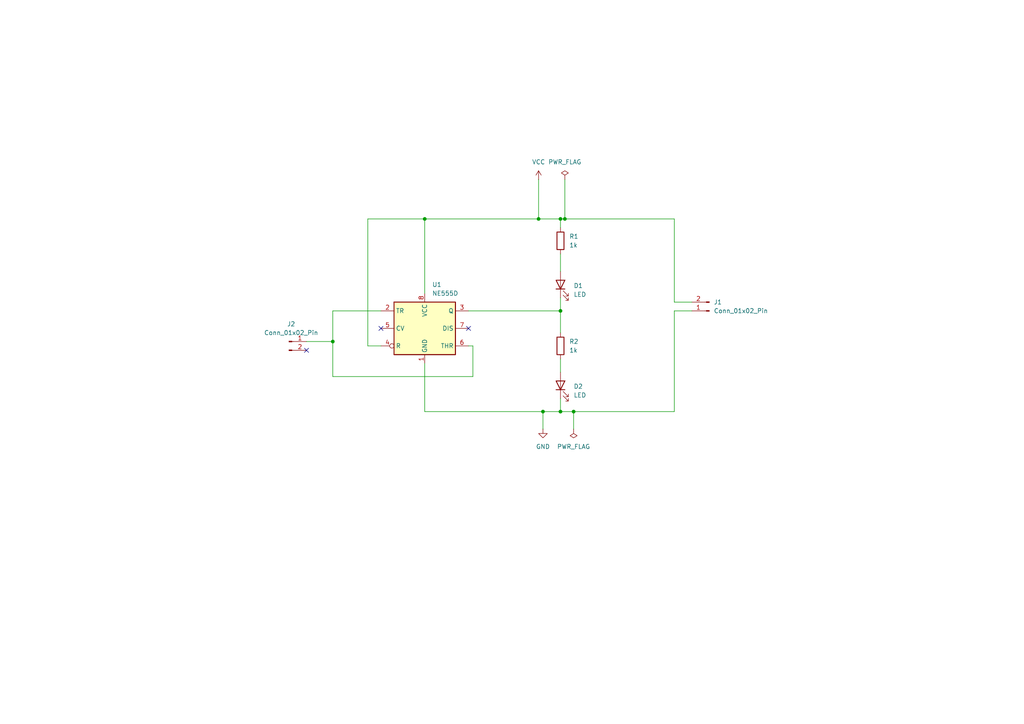
<source format=kicad_sch>
(kicad_sch
	(version 20250114)
	(generator "eeschema")
	(generator_version "9.0")
	(uuid "04e47fac-8f58-4c68-9f83-32a390fe08c1")
	(paper "A4")
	(title_block
		(title "Punta logica con 555")
		(date "2026-01-05")
		(rev "1.0")
		(company "Kits de electronica")
	)
	(lib_symbols
		(symbol "Connector:Conn_01x02_Pin"
			(pin_names
				(offset 1.016)
				(hide yes)
			)
			(exclude_from_sim no)
			(in_bom yes)
			(on_board yes)
			(property "Reference" "J"
				(at 0 2.54 0)
				(effects
					(font
						(size 1.27 1.27)
					)
				)
			)
			(property "Value" "Conn_01x02_Pin"
				(at 0 -5.08 0)
				(effects
					(font
						(size 1.27 1.27)
					)
				)
			)
			(property "Footprint" ""
				(at 0 0 0)
				(effects
					(font
						(size 1.27 1.27)
					)
					(hide yes)
				)
			)
			(property "Datasheet" "~"
				(at 0 0 0)
				(effects
					(font
						(size 1.27 1.27)
					)
					(hide yes)
				)
			)
			(property "Description" "Generic connector, single row, 01x02, script generated"
				(at 0 0 0)
				(effects
					(font
						(size 1.27 1.27)
					)
					(hide yes)
				)
			)
			(property "ki_locked" ""
				(at 0 0 0)
				(effects
					(font
						(size 1.27 1.27)
					)
				)
			)
			(property "ki_keywords" "connector"
				(at 0 0 0)
				(effects
					(font
						(size 1.27 1.27)
					)
					(hide yes)
				)
			)
			(property "ki_fp_filters" "Connector*:*_1x??_*"
				(at 0 0 0)
				(effects
					(font
						(size 1.27 1.27)
					)
					(hide yes)
				)
			)
			(symbol "Conn_01x02_Pin_1_1"
				(rectangle
					(start 0.8636 0.127)
					(end 0 -0.127)
					(stroke
						(width 0.1524)
						(type default)
					)
					(fill
						(type outline)
					)
				)
				(rectangle
					(start 0.8636 -2.413)
					(end 0 -2.667)
					(stroke
						(width 0.1524)
						(type default)
					)
					(fill
						(type outline)
					)
				)
				(polyline
					(pts
						(xy 1.27 0) (xy 0.8636 0)
					)
					(stroke
						(width 0.1524)
						(type default)
					)
					(fill
						(type none)
					)
				)
				(polyline
					(pts
						(xy 1.27 -2.54) (xy 0.8636 -2.54)
					)
					(stroke
						(width 0.1524)
						(type default)
					)
					(fill
						(type none)
					)
				)
				(pin passive line
					(at 5.08 0 180)
					(length 3.81)
					(name "Pin_1"
						(effects
							(font
								(size 1.27 1.27)
							)
						)
					)
					(number "1"
						(effects
							(font
								(size 1.27 1.27)
							)
						)
					)
				)
				(pin passive line
					(at 5.08 -2.54 180)
					(length 3.81)
					(name "Pin_2"
						(effects
							(font
								(size 1.27 1.27)
							)
						)
					)
					(number "2"
						(effects
							(font
								(size 1.27 1.27)
							)
						)
					)
				)
			)
			(embedded_fonts no)
		)
		(symbol "Device:LED"
			(pin_numbers
				(hide yes)
			)
			(pin_names
				(offset 1.016)
				(hide yes)
			)
			(exclude_from_sim no)
			(in_bom yes)
			(on_board yes)
			(property "Reference" "D"
				(at 0 2.54 0)
				(effects
					(font
						(size 1.27 1.27)
					)
				)
			)
			(property "Value" "LED"
				(at 0 -2.54 0)
				(effects
					(font
						(size 1.27 1.27)
					)
				)
			)
			(property "Footprint" ""
				(at 0 0 0)
				(effects
					(font
						(size 1.27 1.27)
					)
					(hide yes)
				)
			)
			(property "Datasheet" "~"
				(at 0 0 0)
				(effects
					(font
						(size 1.27 1.27)
					)
					(hide yes)
				)
			)
			(property "Description" "Light emitting diode"
				(at 0 0 0)
				(effects
					(font
						(size 1.27 1.27)
					)
					(hide yes)
				)
			)
			(property "Sim.Pins" "1=K 2=A"
				(at 0 0 0)
				(effects
					(font
						(size 1.27 1.27)
					)
					(hide yes)
				)
			)
			(property "ki_keywords" "LED diode"
				(at 0 0 0)
				(effects
					(font
						(size 1.27 1.27)
					)
					(hide yes)
				)
			)
			(property "ki_fp_filters" "LED* LED_SMD:* LED_THT:*"
				(at 0 0 0)
				(effects
					(font
						(size 1.27 1.27)
					)
					(hide yes)
				)
			)
			(symbol "LED_0_1"
				(polyline
					(pts
						(xy -3.048 -0.762) (xy -4.572 -2.286) (xy -3.81 -2.286) (xy -4.572 -2.286) (xy -4.572 -1.524)
					)
					(stroke
						(width 0)
						(type default)
					)
					(fill
						(type none)
					)
				)
				(polyline
					(pts
						(xy -1.778 -0.762) (xy -3.302 -2.286) (xy -2.54 -2.286) (xy -3.302 -2.286) (xy -3.302 -1.524)
					)
					(stroke
						(width 0)
						(type default)
					)
					(fill
						(type none)
					)
				)
				(polyline
					(pts
						(xy -1.27 0) (xy 1.27 0)
					)
					(stroke
						(width 0)
						(type default)
					)
					(fill
						(type none)
					)
				)
				(polyline
					(pts
						(xy -1.27 -1.27) (xy -1.27 1.27)
					)
					(stroke
						(width 0.254)
						(type default)
					)
					(fill
						(type none)
					)
				)
				(polyline
					(pts
						(xy 1.27 -1.27) (xy 1.27 1.27) (xy -1.27 0) (xy 1.27 -1.27)
					)
					(stroke
						(width 0.254)
						(type default)
					)
					(fill
						(type none)
					)
				)
			)
			(symbol "LED_1_1"
				(pin passive line
					(at -3.81 0 0)
					(length 2.54)
					(name "K"
						(effects
							(font
								(size 1.27 1.27)
							)
						)
					)
					(number "1"
						(effects
							(font
								(size 1.27 1.27)
							)
						)
					)
				)
				(pin passive line
					(at 3.81 0 180)
					(length 2.54)
					(name "A"
						(effects
							(font
								(size 1.27 1.27)
							)
						)
					)
					(number "2"
						(effects
							(font
								(size 1.27 1.27)
							)
						)
					)
				)
			)
			(embedded_fonts no)
		)
		(symbol "Device:R"
			(pin_numbers
				(hide yes)
			)
			(pin_names
				(offset 0)
			)
			(exclude_from_sim no)
			(in_bom yes)
			(on_board yes)
			(property "Reference" "R"
				(at 2.032 0 90)
				(effects
					(font
						(size 1.27 1.27)
					)
				)
			)
			(property "Value" "R"
				(at 0 0 90)
				(effects
					(font
						(size 1.27 1.27)
					)
				)
			)
			(property "Footprint" ""
				(at -1.778 0 90)
				(effects
					(font
						(size 1.27 1.27)
					)
					(hide yes)
				)
			)
			(property "Datasheet" "~"
				(at 0 0 0)
				(effects
					(font
						(size 1.27 1.27)
					)
					(hide yes)
				)
			)
			(property "Description" "Resistor"
				(at 0 0 0)
				(effects
					(font
						(size 1.27 1.27)
					)
					(hide yes)
				)
			)
			(property "ki_keywords" "R res resistor"
				(at 0 0 0)
				(effects
					(font
						(size 1.27 1.27)
					)
					(hide yes)
				)
			)
			(property "ki_fp_filters" "R_*"
				(at 0 0 0)
				(effects
					(font
						(size 1.27 1.27)
					)
					(hide yes)
				)
			)
			(symbol "R_0_1"
				(rectangle
					(start -1.016 -2.54)
					(end 1.016 2.54)
					(stroke
						(width 0.254)
						(type default)
					)
					(fill
						(type none)
					)
				)
			)
			(symbol "R_1_1"
				(pin passive line
					(at 0 3.81 270)
					(length 1.27)
					(name "~"
						(effects
							(font
								(size 1.27 1.27)
							)
						)
					)
					(number "1"
						(effects
							(font
								(size 1.27 1.27)
							)
						)
					)
				)
				(pin passive line
					(at 0 -3.81 90)
					(length 1.27)
					(name "~"
						(effects
							(font
								(size 1.27 1.27)
							)
						)
					)
					(number "2"
						(effects
							(font
								(size 1.27 1.27)
							)
						)
					)
				)
			)
			(embedded_fonts no)
		)
		(symbol "Timer:NE555D"
			(exclude_from_sim no)
			(in_bom yes)
			(on_board yes)
			(property "Reference" "U"
				(at -10.16 8.89 0)
				(effects
					(font
						(size 1.27 1.27)
					)
					(justify left)
				)
			)
			(property "Value" "NE555D"
				(at 2.54 8.89 0)
				(effects
					(font
						(size 1.27 1.27)
					)
					(justify left)
				)
			)
			(property "Footprint" "Package_SO:SOIC-8_3.9x4.9mm_P1.27mm"
				(at 21.59 -10.16 0)
				(effects
					(font
						(size 1.27 1.27)
					)
					(hide yes)
				)
			)
			(property "Datasheet" "http://www.ti.com/lit/ds/symlink/ne555.pdf"
				(at 21.59 -10.16 0)
				(effects
					(font
						(size 1.27 1.27)
					)
					(hide yes)
				)
			)
			(property "Description" "Precision Timers, 555 compatible, SOIC-8"
				(at 0 0 0)
				(effects
					(font
						(size 1.27 1.27)
					)
					(hide yes)
				)
			)
			(property "ki_keywords" "single timer 555"
				(at 0 0 0)
				(effects
					(font
						(size 1.27 1.27)
					)
					(hide yes)
				)
			)
			(property "ki_fp_filters" "SOIC*3.9x4.9mm*P1.27mm*"
				(at 0 0 0)
				(effects
					(font
						(size 1.27 1.27)
					)
					(hide yes)
				)
			)
			(symbol "NE555D_0_0"
				(pin power_in line
					(at 0 10.16 270)
					(length 2.54)
					(name "VCC"
						(effects
							(font
								(size 1.27 1.27)
							)
						)
					)
					(number "8"
						(effects
							(font
								(size 1.27 1.27)
							)
						)
					)
				)
				(pin power_in line
					(at 0 -10.16 90)
					(length 2.54)
					(name "GND"
						(effects
							(font
								(size 1.27 1.27)
							)
						)
					)
					(number "1"
						(effects
							(font
								(size 1.27 1.27)
							)
						)
					)
				)
			)
			(symbol "NE555D_0_1"
				(rectangle
					(start -8.89 -7.62)
					(end 8.89 7.62)
					(stroke
						(width 0.254)
						(type default)
					)
					(fill
						(type background)
					)
				)
				(rectangle
					(start -8.89 -7.62)
					(end 8.89 7.62)
					(stroke
						(width 0.254)
						(type default)
					)
					(fill
						(type background)
					)
				)
			)
			(symbol "NE555D_1_1"
				(pin input line
					(at -12.7 5.08 0)
					(length 3.81)
					(name "TR"
						(effects
							(font
								(size 1.27 1.27)
							)
						)
					)
					(number "2"
						(effects
							(font
								(size 1.27 1.27)
							)
						)
					)
				)
				(pin input line
					(at -12.7 0 0)
					(length 3.81)
					(name "CV"
						(effects
							(font
								(size 1.27 1.27)
							)
						)
					)
					(number "5"
						(effects
							(font
								(size 1.27 1.27)
							)
						)
					)
				)
				(pin input inverted
					(at -12.7 -5.08 0)
					(length 3.81)
					(name "R"
						(effects
							(font
								(size 1.27 1.27)
							)
						)
					)
					(number "4"
						(effects
							(font
								(size 1.27 1.27)
							)
						)
					)
				)
				(pin output line
					(at 12.7 5.08 180)
					(length 3.81)
					(name "Q"
						(effects
							(font
								(size 1.27 1.27)
							)
						)
					)
					(number "3"
						(effects
							(font
								(size 1.27 1.27)
							)
						)
					)
				)
				(pin input line
					(at 12.7 0 180)
					(length 3.81)
					(name "DIS"
						(effects
							(font
								(size 1.27 1.27)
							)
						)
					)
					(number "7"
						(effects
							(font
								(size 1.27 1.27)
							)
						)
					)
				)
				(pin input line
					(at 12.7 -5.08 180)
					(length 3.81)
					(name "THR"
						(effects
							(font
								(size 1.27 1.27)
							)
						)
					)
					(number "6"
						(effects
							(font
								(size 1.27 1.27)
							)
						)
					)
				)
			)
			(embedded_fonts no)
		)
		(symbol "power:GND"
			(power)
			(pin_numbers
				(hide yes)
			)
			(pin_names
				(offset 0)
				(hide yes)
			)
			(exclude_from_sim no)
			(in_bom yes)
			(on_board yes)
			(property "Reference" "#PWR"
				(at 0 -6.35 0)
				(effects
					(font
						(size 1.27 1.27)
					)
					(hide yes)
				)
			)
			(property "Value" "GND"
				(at 0 -3.81 0)
				(effects
					(font
						(size 1.27 1.27)
					)
				)
			)
			(property "Footprint" ""
				(at 0 0 0)
				(effects
					(font
						(size 1.27 1.27)
					)
					(hide yes)
				)
			)
			(property "Datasheet" ""
				(at 0 0 0)
				(effects
					(font
						(size 1.27 1.27)
					)
					(hide yes)
				)
			)
			(property "Description" "Power symbol creates a global label with name \"GND\" , ground"
				(at 0 0 0)
				(effects
					(font
						(size 1.27 1.27)
					)
					(hide yes)
				)
			)
			(property "ki_keywords" "global power"
				(at 0 0 0)
				(effects
					(font
						(size 1.27 1.27)
					)
					(hide yes)
				)
			)
			(symbol "GND_0_1"
				(polyline
					(pts
						(xy 0 0) (xy 0 -1.27) (xy 1.27 -1.27) (xy 0 -2.54) (xy -1.27 -1.27) (xy 0 -1.27)
					)
					(stroke
						(width 0)
						(type default)
					)
					(fill
						(type none)
					)
				)
			)
			(symbol "GND_1_1"
				(pin power_in line
					(at 0 0 270)
					(length 0)
					(name "~"
						(effects
							(font
								(size 1.27 1.27)
							)
						)
					)
					(number "1"
						(effects
							(font
								(size 1.27 1.27)
							)
						)
					)
				)
			)
			(embedded_fonts no)
		)
		(symbol "power:PWR_FLAG"
			(power)
			(pin_numbers
				(hide yes)
			)
			(pin_names
				(offset 0)
				(hide yes)
			)
			(exclude_from_sim no)
			(in_bom yes)
			(on_board yes)
			(property "Reference" "#FLG"
				(at 0 1.905 0)
				(effects
					(font
						(size 1.27 1.27)
					)
					(hide yes)
				)
			)
			(property "Value" "PWR_FLAG"
				(at 0 3.81 0)
				(effects
					(font
						(size 1.27 1.27)
					)
				)
			)
			(property "Footprint" ""
				(at 0 0 0)
				(effects
					(font
						(size 1.27 1.27)
					)
					(hide yes)
				)
			)
			(property "Datasheet" "~"
				(at 0 0 0)
				(effects
					(font
						(size 1.27 1.27)
					)
					(hide yes)
				)
			)
			(property "Description" "Special symbol for telling ERC where power comes from"
				(at 0 0 0)
				(effects
					(font
						(size 1.27 1.27)
					)
					(hide yes)
				)
			)
			(property "ki_keywords" "flag power"
				(at 0 0 0)
				(effects
					(font
						(size 1.27 1.27)
					)
					(hide yes)
				)
			)
			(symbol "PWR_FLAG_0_0"
				(pin power_out line
					(at 0 0 90)
					(length 0)
					(name "~"
						(effects
							(font
								(size 1.27 1.27)
							)
						)
					)
					(number "1"
						(effects
							(font
								(size 1.27 1.27)
							)
						)
					)
				)
			)
			(symbol "PWR_FLAG_0_1"
				(polyline
					(pts
						(xy 0 0) (xy 0 1.27) (xy -1.016 1.905) (xy 0 2.54) (xy 1.016 1.905) (xy 0 1.27)
					)
					(stroke
						(width 0)
						(type default)
					)
					(fill
						(type none)
					)
				)
			)
			(embedded_fonts no)
		)
		(symbol "power:VCC"
			(power)
			(pin_numbers
				(hide yes)
			)
			(pin_names
				(offset 0)
				(hide yes)
			)
			(exclude_from_sim no)
			(in_bom yes)
			(on_board yes)
			(property "Reference" "#PWR"
				(at 0 -3.81 0)
				(effects
					(font
						(size 1.27 1.27)
					)
					(hide yes)
				)
			)
			(property "Value" "VCC"
				(at 0 3.556 0)
				(effects
					(font
						(size 1.27 1.27)
					)
				)
			)
			(property "Footprint" ""
				(at 0 0 0)
				(effects
					(font
						(size 1.27 1.27)
					)
					(hide yes)
				)
			)
			(property "Datasheet" ""
				(at 0 0 0)
				(effects
					(font
						(size 1.27 1.27)
					)
					(hide yes)
				)
			)
			(property "Description" "Power symbol creates a global label with name \"VCC\""
				(at 0 0 0)
				(effects
					(font
						(size 1.27 1.27)
					)
					(hide yes)
				)
			)
			(property "ki_keywords" "global power"
				(at 0 0 0)
				(effects
					(font
						(size 1.27 1.27)
					)
					(hide yes)
				)
			)
			(symbol "VCC_0_1"
				(polyline
					(pts
						(xy -0.762 1.27) (xy 0 2.54)
					)
					(stroke
						(width 0)
						(type default)
					)
					(fill
						(type none)
					)
				)
				(polyline
					(pts
						(xy 0 2.54) (xy 0.762 1.27)
					)
					(stroke
						(width 0)
						(type default)
					)
					(fill
						(type none)
					)
				)
				(polyline
					(pts
						(xy 0 0) (xy 0 2.54)
					)
					(stroke
						(width 0)
						(type default)
					)
					(fill
						(type none)
					)
				)
			)
			(symbol "VCC_1_1"
				(pin power_in line
					(at 0 0 90)
					(length 0)
					(name "~"
						(effects
							(font
								(size 1.27 1.27)
							)
						)
					)
					(number "1"
						(effects
							(font
								(size 1.27 1.27)
							)
						)
					)
				)
			)
			(embedded_fonts no)
		)
	)
	(junction
		(at 96.52 99.06)
		(diameter 0)
		(color 0 0 0 0)
		(uuid "00f04aaa-a00a-4c6a-be90-a08353fdf8d7")
	)
	(junction
		(at 157.48 119.38)
		(diameter 0)
		(color 0 0 0 0)
		(uuid "0d94f2c9-7ee4-4f44-839b-c86af21d39ec")
	)
	(junction
		(at 162.56 63.5)
		(diameter 0)
		(color 0 0 0 0)
		(uuid "35a1932f-036e-4ad4-b899-b508ae2997cd")
	)
	(junction
		(at 162.56 119.38)
		(diameter 0)
		(color 0 0 0 0)
		(uuid "582e18b4-eb4e-4b77-86db-5432a20b265c")
	)
	(junction
		(at 162.56 90.17)
		(diameter 0)
		(color 0 0 0 0)
		(uuid "64a90bed-dbe0-4708-8da3-76c8e5b9b8ad")
	)
	(junction
		(at 123.19 63.5)
		(diameter 0)
		(color 0 0 0 0)
		(uuid "89dabeeb-8f69-4328-997d-b5e8c1101f4f")
	)
	(junction
		(at 166.37 119.38)
		(diameter 0)
		(color 0 0 0 0)
		(uuid "a3ee42bc-6a3c-4d8c-be67-a041baa777e0")
	)
	(junction
		(at 163.83 63.5)
		(diameter 0)
		(color 0 0 0 0)
		(uuid "ea7022e6-073e-43ae-84d5-5d75be386151")
	)
	(junction
		(at 156.21 63.5)
		(diameter 0)
		(color 0 0 0 0)
		(uuid "ebe40ff7-ffd5-4f88-a187-7a5b7ae250ad")
	)
	(no_connect
		(at 110.49 95.25)
		(uuid "1faa6e54-9218-433e-abaa-88dfae97ba2a")
	)
	(no_connect
		(at 135.89 95.25)
		(uuid "7b815ec0-8d06-43b4-99ca-c900b3d886a7")
	)
	(no_connect
		(at 88.9 101.6)
		(uuid "cca01f8a-eb47-4fe7-b0fb-a161857e407d")
	)
	(wire
		(pts
			(xy 106.68 63.5) (xy 123.19 63.5)
		)
		(stroke
			(width 0)
			(type default)
		)
		(uuid "066df405-4bc1-4dc3-b3e2-f0c6e70497eb")
	)
	(wire
		(pts
			(xy 157.48 119.38) (xy 162.56 119.38)
		)
		(stroke
			(width 0)
			(type default)
		)
		(uuid "1e4b6044-b70c-41ea-992e-6a68b494daf3")
	)
	(wire
		(pts
			(xy 110.49 90.17) (xy 96.52 90.17)
		)
		(stroke
			(width 0)
			(type default)
		)
		(uuid "242382d8-30b7-4c72-afa5-852893c4863a")
	)
	(wire
		(pts
			(xy 135.89 90.17) (xy 162.56 90.17)
		)
		(stroke
			(width 0)
			(type default)
		)
		(uuid "286123c6-2580-4e64-bd07-f83cbd61f54b")
	)
	(wire
		(pts
			(xy 96.52 90.17) (xy 96.52 99.06)
		)
		(stroke
			(width 0)
			(type default)
		)
		(uuid "3abea1a0-5ed2-455d-8bdc-989cc61e901d")
	)
	(wire
		(pts
			(xy 96.52 109.22) (xy 137.16 109.22)
		)
		(stroke
			(width 0)
			(type default)
		)
		(uuid "3ac7570c-cd44-4efe-98bc-57219e27e851")
	)
	(wire
		(pts
			(xy 110.49 100.33) (xy 106.68 100.33)
		)
		(stroke
			(width 0)
			(type default)
		)
		(uuid "3faf87ff-4971-4cc2-8708-df777b367d0d")
	)
	(wire
		(pts
			(xy 123.19 85.09) (xy 123.19 63.5)
		)
		(stroke
			(width 0)
			(type default)
		)
		(uuid "41042bde-0363-4147-9998-ae99b91b787b")
	)
	(wire
		(pts
			(xy 166.37 119.38) (xy 162.56 119.38)
		)
		(stroke
			(width 0)
			(type default)
		)
		(uuid "431f3aa3-a444-4d2c-b99c-98db4bfc9adc")
	)
	(wire
		(pts
			(xy 200.66 90.17) (xy 195.58 90.17)
		)
		(stroke
			(width 0)
			(type default)
		)
		(uuid "4765c70f-09f6-4c0e-8c96-fa9aef120e5b")
	)
	(wire
		(pts
			(xy 162.56 104.14) (xy 162.56 107.95)
		)
		(stroke
			(width 0)
			(type default)
		)
		(uuid "4a322c70-8af9-4cf7-89f6-beae7c33c5bb")
	)
	(wire
		(pts
			(xy 156.21 63.5) (xy 162.56 63.5)
		)
		(stroke
			(width 0)
			(type default)
		)
		(uuid "4d6f47ea-7bf8-4341-ae8b-782e67f694ec")
	)
	(wire
		(pts
			(xy 162.56 90.17) (xy 162.56 96.52)
		)
		(stroke
			(width 0)
			(type default)
		)
		(uuid "53a82ad6-68ec-4e5e-b4d3-36fd36f40a3c")
	)
	(wire
		(pts
			(xy 163.83 63.5) (xy 162.56 63.5)
		)
		(stroke
			(width 0)
			(type default)
		)
		(uuid "69f6cab9-5fc9-4686-8d51-df3f3a18a8ed")
	)
	(wire
		(pts
			(xy 156.21 52.07) (xy 156.21 63.5)
		)
		(stroke
			(width 0)
			(type default)
		)
		(uuid "6d6a4610-00b8-4238-82c6-2c6d9082a236")
	)
	(wire
		(pts
			(xy 137.16 109.22) (xy 137.16 100.33)
		)
		(stroke
			(width 0)
			(type default)
		)
		(uuid "770a283e-b57a-46f7-8912-d63ade3264ec")
	)
	(wire
		(pts
			(xy 135.89 100.33) (xy 137.16 100.33)
		)
		(stroke
			(width 0)
			(type default)
		)
		(uuid "796919d2-5496-4451-aefa-38024d18f1db")
	)
	(wire
		(pts
			(xy 195.58 119.38) (xy 166.37 119.38)
		)
		(stroke
			(width 0)
			(type default)
		)
		(uuid "7af21179-b827-4274-bd50-4adf59db985c")
	)
	(wire
		(pts
			(xy 162.56 73.66) (xy 162.56 78.74)
		)
		(stroke
			(width 0)
			(type default)
		)
		(uuid "7e0f1e9a-b16c-4599-955e-cc3107159f80")
	)
	(wire
		(pts
			(xy 123.19 105.41) (xy 123.19 119.38)
		)
		(stroke
			(width 0)
			(type default)
		)
		(uuid "895546a1-cc8f-424c-907c-0fa6fe380505")
	)
	(wire
		(pts
			(xy 162.56 63.5) (xy 162.56 66.04)
		)
		(stroke
			(width 0)
			(type default)
		)
		(uuid "92c7aa74-a299-46bf-999a-9d1af32ba91c")
	)
	(wire
		(pts
			(xy 123.19 63.5) (xy 156.21 63.5)
		)
		(stroke
			(width 0)
			(type default)
		)
		(uuid "990b6cdb-1b66-42e8-9cf2-f9a07d816469")
	)
	(wire
		(pts
			(xy 200.66 87.63) (xy 195.58 87.63)
		)
		(stroke
			(width 0)
			(type default)
		)
		(uuid "9cef6c18-dbb6-4a7d-8631-ff2c26b4a39e")
	)
	(wire
		(pts
			(xy 88.9 99.06) (xy 96.52 99.06)
		)
		(stroke
			(width 0)
			(type default)
		)
		(uuid "a31d9a61-d2e2-4638-882f-c0067bcdf3e2")
	)
	(wire
		(pts
			(xy 163.83 52.07) (xy 163.83 63.5)
		)
		(stroke
			(width 0)
			(type default)
		)
		(uuid "b4ba03b2-f366-42c7-a8eb-f1c9fd71a492")
	)
	(wire
		(pts
			(xy 195.58 63.5) (xy 163.83 63.5)
		)
		(stroke
			(width 0)
			(type default)
		)
		(uuid "b8be3043-ae0a-46b5-adc1-019ac8082390")
	)
	(wire
		(pts
			(xy 106.68 100.33) (xy 106.68 63.5)
		)
		(stroke
			(width 0)
			(type default)
		)
		(uuid "c06cc98a-6a28-498f-a3d8-2aa2f9cdccb2")
	)
	(wire
		(pts
			(xy 195.58 90.17) (xy 195.58 119.38)
		)
		(stroke
			(width 0)
			(type default)
		)
		(uuid "c127c707-2b21-465e-8fc2-1138d05ecba1")
	)
	(wire
		(pts
			(xy 166.37 119.38) (xy 166.37 124.46)
		)
		(stroke
			(width 0)
			(type default)
		)
		(uuid "c55bc708-a9a1-4da4-a510-15b32a010bc1")
	)
	(wire
		(pts
			(xy 162.56 119.38) (xy 162.56 115.57)
		)
		(stroke
			(width 0)
			(type default)
		)
		(uuid "c8c86e0d-37e1-4b73-b505-24e4258f2f01")
	)
	(wire
		(pts
			(xy 195.58 87.63) (xy 195.58 63.5)
		)
		(stroke
			(width 0)
			(type default)
		)
		(uuid "d2c30c50-b4a2-4838-ab9c-6b18b47f9d10")
	)
	(wire
		(pts
			(xy 96.52 99.06) (xy 96.52 109.22)
		)
		(stroke
			(width 0)
			(type default)
		)
		(uuid "d5862a53-0bf6-4f2a-8994-8b4206b8f36d")
	)
	(wire
		(pts
			(xy 157.48 119.38) (xy 157.48 124.46)
		)
		(stroke
			(width 0)
			(type default)
		)
		(uuid "e33b3293-87a9-40a1-add9-18bf715c1866")
	)
	(wire
		(pts
			(xy 162.56 90.17) (xy 162.56 86.36)
		)
		(stroke
			(width 0)
			(type default)
		)
		(uuid "ea3904b4-ca9c-44de-9ccf-f8f735413812")
	)
	(wire
		(pts
			(xy 123.19 119.38) (xy 157.48 119.38)
		)
		(stroke
			(width 0)
			(type default)
		)
		(uuid "ed617a46-88e7-4f6b-aa1b-bc1e78e9ed28")
	)
	(symbol
		(lib_id "Timer:NE555D")
		(at 123.19 95.25 0)
		(unit 1)
		(exclude_from_sim no)
		(in_bom yes)
		(on_board yes)
		(dnp no)
		(fields_autoplaced yes)
		(uuid "05de6475-4543-4015-9465-11887eb2cdf3")
		(property "Reference" "U1"
			(at 125.3333 82.55 0)
			(effects
				(font
					(size 1.27 1.27)
				)
				(justify left)
			)
		)
		(property "Value" "NE555D"
			(at 125.3333 85.09 0)
			(effects
				(font
					(size 1.27 1.27)
				)
				(justify left)
			)
		)
		(property "Footprint" "Package_DIP:CERDIP-8_W7.62mm_SideBrazed_LongPads_Socket"
			(at 144.78 105.41 0)
			(effects
				(font
					(size 1.27 1.27)
				)
				(hide yes)
			)
		)
		(property "Datasheet" "http://www.ti.com/lit/ds/symlink/ne555.pdf"
			(at 144.78 105.41 0)
			(effects
				(font
					(size 1.27 1.27)
				)
				(hide yes)
			)
		)
		(property "Description" "Precision Timers, 555 compatible, SOIC-8"
			(at 123.19 95.25 0)
			(effects
				(font
					(size 1.27 1.27)
				)
				(hide yes)
			)
		)
		(pin "8"
			(uuid "c440d6be-bd55-46af-bdaa-d37d8d6142fa")
		)
		(pin "5"
			(uuid "1bdd5db5-9ec4-4103-8a29-a5fcbcf984a1")
		)
		(pin "1"
			(uuid "35be4623-de05-44a0-89d3-89cfb93f629b")
		)
		(pin "2"
			(uuid "600dc2b2-4397-4286-8848-99cbd2e1f085")
		)
		(pin "3"
			(uuid "02a5c3a5-7602-4998-a4d1-a696f24f1a19")
		)
		(pin "7"
			(uuid "c9f8a6b5-ea5d-4212-99a7-0028156dc086")
		)
		(pin "4"
			(uuid "ce444cd0-bb4c-47c0-813f-9db5520991a2")
		)
		(pin "6"
			(uuid "b4da1285-a06f-432b-a0b5-2d07c804f9f9")
		)
		(instances
			(project ""
				(path "/04e47fac-8f58-4c68-9f83-32a390fe08c1"
					(reference "U1")
					(unit 1)
				)
			)
		)
	)
	(symbol
		(lib_id "power:VCC")
		(at 156.21 52.07 0)
		(unit 1)
		(exclude_from_sim no)
		(in_bom yes)
		(on_board yes)
		(dnp no)
		(fields_autoplaced yes)
		(uuid "0c1fb566-4c5a-44b8-843a-9bb7c5176cdb")
		(property "Reference" "#PWR01"
			(at 156.21 55.88 0)
			(effects
				(font
					(size 1.27 1.27)
				)
				(hide yes)
			)
		)
		(property "Value" "VCC"
			(at 156.21 46.99 0)
			(effects
				(font
					(size 1.27 1.27)
				)
			)
		)
		(property "Footprint" ""
			(at 156.21 52.07 0)
			(effects
				(font
					(size 1.27 1.27)
				)
				(hide yes)
			)
		)
		(property "Datasheet" ""
			(at 156.21 52.07 0)
			(effects
				(font
					(size 1.27 1.27)
				)
				(hide yes)
			)
		)
		(property "Description" "Power symbol creates a global label with name \"VCC\""
			(at 156.21 52.07 0)
			(effects
				(font
					(size 1.27 1.27)
				)
				(hide yes)
			)
		)
		(pin "1"
			(uuid "cd488250-b8a1-4fa2-a1d1-a86583b76f16")
		)
		(instances
			(project ""
				(path "/04e47fac-8f58-4c68-9f83-32a390fe08c1"
					(reference "#PWR01")
					(unit 1)
				)
			)
		)
	)
	(symbol
		(lib_id "power:GND")
		(at 157.48 124.46 0)
		(unit 1)
		(exclude_from_sim no)
		(in_bom yes)
		(on_board yes)
		(dnp no)
		(fields_autoplaced yes)
		(uuid "0c4a6847-5a1a-422c-9b3b-d4d96201e43a")
		(property "Reference" "#PWR02"
			(at 157.48 130.81 0)
			(effects
				(font
					(size 1.27 1.27)
				)
				(hide yes)
			)
		)
		(property "Value" "GND"
			(at 157.48 129.54 0)
			(effects
				(font
					(size 1.27 1.27)
				)
			)
		)
		(property "Footprint" ""
			(at 157.48 124.46 0)
			(effects
				(font
					(size 1.27 1.27)
				)
				(hide yes)
			)
		)
		(property "Datasheet" ""
			(at 157.48 124.46 0)
			(effects
				(font
					(size 1.27 1.27)
				)
				(hide yes)
			)
		)
		(property "Description" "Power symbol creates a global label with name \"GND\" , ground"
			(at 157.48 124.46 0)
			(effects
				(font
					(size 1.27 1.27)
				)
				(hide yes)
			)
		)
		(pin "1"
			(uuid "6389b50c-991b-4fca-8401-4365acf21438")
		)
		(instances
			(project ""
				(path "/04e47fac-8f58-4c68-9f83-32a390fe08c1"
					(reference "#PWR02")
					(unit 1)
				)
			)
		)
	)
	(symbol
		(lib_id "Device:R")
		(at 162.56 69.85 0)
		(unit 1)
		(exclude_from_sim no)
		(in_bom yes)
		(on_board yes)
		(dnp no)
		(fields_autoplaced yes)
		(uuid "1677ac13-f08f-41bc-bf8f-ec3c4a1df0ee")
		(property "Reference" "R1"
			(at 165.1 68.5799 0)
			(effects
				(font
					(size 1.27 1.27)
				)
				(justify left)
			)
		)
		(property "Value" "1k"
			(at 165.1 71.1199 0)
			(effects
				(font
					(size 1.27 1.27)
				)
				(justify left)
			)
		)
		(property "Footprint" "Resistor_THT:R_Axial_DIN0207_L6.3mm_D2.5mm_P15.24mm_Horizontal"
			(at 160.782 69.85 90)
			(effects
				(font
					(size 1.27 1.27)
				)
				(hide yes)
			)
		)
		(property "Datasheet" "~"
			(at 162.56 69.85 0)
			(effects
				(font
					(size 1.27 1.27)
				)
				(hide yes)
			)
		)
		(property "Description" "Resistor"
			(at 162.56 69.85 0)
			(effects
				(font
					(size 1.27 1.27)
				)
				(hide yes)
			)
		)
		(pin "1"
			(uuid "cc33a625-b533-41ce-9e9e-bece6bdb6ab3")
		)
		(pin "2"
			(uuid "49b67aab-9068-420f-a1e7-6c032050897c")
		)
		(instances
			(project ""
				(path "/04e47fac-8f58-4c68-9f83-32a390fe08c1"
					(reference "R1")
					(unit 1)
				)
			)
		)
	)
	(symbol
		(lib_id "Device:R")
		(at 162.56 100.33 0)
		(unit 1)
		(exclude_from_sim no)
		(in_bom yes)
		(on_board yes)
		(dnp no)
		(fields_autoplaced yes)
		(uuid "26290120-153f-4898-b94f-72452a33d29b")
		(property "Reference" "R2"
			(at 165.1 99.0599 0)
			(effects
				(font
					(size 1.27 1.27)
				)
				(justify left)
			)
		)
		(property "Value" "1k"
			(at 165.1 101.5999 0)
			(effects
				(font
					(size 1.27 1.27)
				)
				(justify left)
			)
		)
		(property "Footprint" "Resistor_THT:R_Axial_DIN0207_L6.3mm_D2.5mm_P15.24mm_Horizontal"
			(at 160.782 100.33 90)
			(effects
				(font
					(size 1.27 1.27)
				)
				(hide yes)
			)
		)
		(property "Datasheet" "~"
			(at 162.56 100.33 0)
			(effects
				(font
					(size 1.27 1.27)
				)
				(hide yes)
			)
		)
		(property "Description" "Resistor"
			(at 162.56 100.33 0)
			(effects
				(font
					(size 1.27 1.27)
				)
				(hide yes)
			)
		)
		(pin "1"
			(uuid "42aaef71-5ef9-4800-93c5-40fb167b0192")
		)
		(pin "2"
			(uuid "30b514d9-fc8f-49bd-a8fc-b9045ad8ef20")
		)
		(instances
			(project ""
				(path "/04e47fac-8f58-4c68-9f83-32a390fe08c1"
					(reference "R2")
					(unit 1)
				)
			)
		)
	)
	(symbol
		(lib_id "Connector:Conn_01x02_Pin")
		(at 205.74 90.17 180)
		(unit 1)
		(exclude_from_sim no)
		(in_bom yes)
		(on_board yes)
		(dnp no)
		(fields_autoplaced yes)
		(uuid "4c6b906a-bb95-450b-8cab-61a407448cbd")
		(property "Reference" "J1"
			(at 207.01 87.6299 0)
			(effects
				(font
					(size 1.27 1.27)
				)
				(justify right)
			)
		)
		(property "Value" "Conn_01x02_Pin"
			(at 207.01 90.1699 0)
			(effects
				(font
					(size 1.27 1.27)
				)
				(justify right)
			)
		)
		(property "Footprint" "Conectores_screw:PhoenixContact_MKDS_1,5_2-1727010-1x02_P3.50mm"
			(at 205.74 90.17 0)
			(effects
				(font
					(size 1.27 1.27)
				)
				(hide yes)
			)
		)
		(property "Datasheet" "~"
			(at 205.74 90.17 0)
			(effects
				(font
					(size 1.27 1.27)
				)
				(hide yes)
			)
		)
		(property "Description" "Generic connector, single row, 01x02, script generated"
			(at 205.74 90.17 0)
			(effects
				(font
					(size 1.27 1.27)
				)
				(hide yes)
			)
		)
		(pin "1"
			(uuid "4d371bd1-dcb3-419d-87a4-4d62c669b217")
		)
		(pin "2"
			(uuid "34eca4ce-dda5-42fa-a0a6-bef7b051f6bd")
		)
		(instances
			(project ""
				(path "/04e47fac-8f58-4c68-9f83-32a390fe08c1"
					(reference "J1")
					(unit 1)
				)
			)
		)
	)
	(symbol
		(lib_id "Device:LED")
		(at 162.56 111.76 90)
		(unit 1)
		(exclude_from_sim no)
		(in_bom yes)
		(on_board yes)
		(dnp no)
		(fields_autoplaced yes)
		(uuid "589cde43-d1e0-4a60-b8d0-a480131f4f8b")
		(property "Reference" "D2"
			(at 166.37 112.0774 90)
			(effects
				(font
					(size 1.27 1.27)
				)
				(justify right)
			)
		)
		(property "Value" "LED"
			(at 166.37 114.6174 90)
			(effects
				(font
					(size 1.27 1.27)
				)
				(justify right)
			)
		)
		(property "Footprint" "LED_THT:LED_D5.0mm"
			(at 162.56 111.76 0)
			(effects
				(font
					(size 1.27 1.27)
				)
				(hide yes)
			)
		)
		(property "Datasheet" "~"
			(at 162.56 111.76 0)
			(effects
				(font
					(size 1.27 1.27)
				)
				(hide yes)
			)
		)
		(property "Description" "Light emitting diode"
			(at 162.56 111.76 0)
			(effects
				(font
					(size 1.27 1.27)
				)
				(hide yes)
			)
		)
		(property "Sim.Pins" "1=K 2=A"
			(at 162.56 111.76 0)
			(effects
				(font
					(size 1.27 1.27)
				)
				(hide yes)
			)
		)
		(pin "2"
			(uuid "64d8b14d-b44e-4439-a542-cf6ea8024999")
		)
		(pin "1"
			(uuid "467d8a78-232d-4966-a91d-4439b0eee5d0")
		)
		(instances
			(project ""
				(path "/04e47fac-8f58-4c68-9f83-32a390fe08c1"
					(reference "D2")
					(unit 1)
				)
			)
		)
	)
	(symbol
		(lib_id "power:PWR_FLAG")
		(at 163.83 52.07 0)
		(unit 1)
		(exclude_from_sim no)
		(in_bom yes)
		(on_board yes)
		(dnp no)
		(fields_autoplaced yes)
		(uuid "5c0f5652-d28a-4f97-b8b8-1895a834c874")
		(property "Reference" "#FLG01"
			(at 163.83 50.165 0)
			(effects
				(font
					(size 1.27 1.27)
				)
				(hide yes)
			)
		)
		(property "Value" "PWR_FLAG"
			(at 163.83 46.99 0)
			(effects
				(font
					(size 1.27 1.27)
				)
			)
		)
		(property "Footprint" ""
			(at 163.83 52.07 0)
			(effects
				(font
					(size 1.27 1.27)
				)
				(hide yes)
			)
		)
		(property "Datasheet" "~"
			(at 163.83 52.07 0)
			(effects
				(font
					(size 1.27 1.27)
				)
				(hide yes)
			)
		)
		(property "Description" "Special symbol for telling ERC where power comes from"
			(at 163.83 52.07 0)
			(effects
				(font
					(size 1.27 1.27)
				)
				(hide yes)
			)
		)
		(pin "1"
			(uuid "b1b9c361-2c9d-456a-99dd-70cef60a835d")
		)
		(instances
			(project ""
				(path "/04e47fac-8f58-4c68-9f83-32a390fe08c1"
					(reference "#FLG01")
					(unit 1)
				)
			)
		)
	)
	(symbol
		(lib_id "Device:LED")
		(at 162.56 82.55 90)
		(unit 1)
		(exclude_from_sim no)
		(in_bom yes)
		(on_board yes)
		(dnp no)
		(fields_autoplaced yes)
		(uuid "90a74804-52c6-4ee7-bc93-6dae50b1e0ab")
		(property "Reference" "D1"
			(at 166.37 82.8674 90)
			(effects
				(font
					(size 1.27 1.27)
				)
				(justify right)
			)
		)
		(property "Value" "LED"
			(at 166.37 85.4074 90)
			(effects
				(font
					(size 1.27 1.27)
				)
				(justify right)
			)
		)
		(property "Footprint" "LED_THT:LED_D5.0mm"
			(at 162.56 82.55 0)
			(effects
				(font
					(size 1.27 1.27)
				)
				(hide yes)
			)
		)
		(property "Datasheet" "~"
			(at 162.56 82.55 0)
			(effects
				(font
					(size 1.27 1.27)
				)
				(hide yes)
			)
		)
		(property "Description" "Light emitting diode"
			(at 162.56 82.55 0)
			(effects
				(font
					(size 1.27 1.27)
				)
				(hide yes)
			)
		)
		(property "Sim.Pins" "1=K 2=A"
			(at 162.56 82.55 0)
			(effects
				(font
					(size 1.27 1.27)
				)
				(hide yes)
			)
		)
		(pin "1"
			(uuid "3296f80b-0f65-428a-9875-9e4ad9cf0f2f")
		)
		(pin "2"
			(uuid "c097e8e7-9804-41eb-ab1e-67e0c3b0b8be")
		)
		(instances
			(project ""
				(path "/04e47fac-8f58-4c68-9f83-32a390fe08c1"
					(reference "D1")
					(unit 1)
				)
			)
		)
	)
	(symbol
		(lib_id "power:PWR_FLAG")
		(at 166.37 124.46 180)
		(unit 1)
		(exclude_from_sim no)
		(in_bom yes)
		(on_board yes)
		(dnp no)
		(fields_autoplaced yes)
		(uuid "b508f57d-00c4-4860-abc0-3680ab5f4277")
		(property "Reference" "#FLG02"
			(at 166.37 126.365 0)
			(effects
				(font
					(size 1.27 1.27)
				)
				(hide yes)
			)
		)
		(property "Value" "PWR_FLAG"
			(at 166.37 129.54 0)
			(effects
				(font
					(size 1.27 1.27)
				)
			)
		)
		(property "Footprint" ""
			(at 166.37 124.46 0)
			(effects
				(font
					(size 1.27 1.27)
				)
				(hide yes)
			)
		)
		(property "Datasheet" "~"
			(at 166.37 124.46 0)
			(effects
				(font
					(size 1.27 1.27)
				)
				(hide yes)
			)
		)
		(property "Description" "Special symbol for telling ERC where power comes from"
			(at 166.37 124.46 0)
			(effects
				(font
					(size 1.27 1.27)
				)
				(hide yes)
			)
		)
		(pin "1"
			(uuid "0c9e17af-a820-4072-9726-9d2ad603b624")
		)
		(instances
			(project ""
				(path "/04e47fac-8f58-4c68-9f83-32a390fe08c1"
					(reference "#FLG02")
					(unit 1)
				)
			)
		)
	)
	(symbol
		(lib_id "Connector:Conn_01x02_Pin")
		(at 83.82 99.06 0)
		(unit 1)
		(exclude_from_sim no)
		(in_bom yes)
		(on_board yes)
		(dnp no)
		(fields_autoplaced yes)
		(uuid "be66422c-1765-46ff-b517-c36f80dcf9d1")
		(property "Reference" "J2"
			(at 84.455 93.98 0)
			(effects
				(font
					(size 1.27 1.27)
				)
			)
		)
		(property "Value" "Conn_01x02_Pin"
			(at 84.455 96.52 0)
			(effects
				(font
					(size 1.27 1.27)
				)
			)
		)
		(property "Footprint" "Conectores_screw:PhoenixContact_MKDS_1,5_2-1727010-1x02_P3.50mm"
			(at 83.82 99.06 0)
			(effects
				(font
					(size 1.27 1.27)
				)
				(hide yes)
			)
		)
		(property "Datasheet" "~"
			(at 83.82 99.06 0)
			(effects
				(font
					(size 1.27 1.27)
				)
				(hide yes)
			)
		)
		(property "Description" "Generic connector, single row, 01x02, script generated"
			(at 83.82 99.06 0)
			(effects
				(font
					(size 1.27 1.27)
				)
				(hide yes)
			)
		)
		(pin "1"
			(uuid "506fd8e3-d6a7-43ee-816c-9d63037c5035")
		)
		(pin "2"
			(uuid "647cc58d-2abc-44ac-9585-d9bf3258e894")
		)
		(instances
			(project ""
				(path "/04e47fac-8f58-4c68-9f83-32a390fe08c1"
					(reference "J2")
					(unit 1)
				)
			)
		)
	)
	(sheet_instances
		(path "/"
			(page "1")
		)
	)
	(embedded_fonts no)
	(embedded_files
		(file
			(name "kitsdeelectronica.kicad_wks")
			(type worksheet)
			(data |KLUv/WDxCT0VAGZeYCEAtxsWHGS5ZWWMnPes1goiN6pBfvH773PUcxNVVbcAEAFWAFAAWgCfZxH/
				Y4/E//HcPGmP15M7kfMdDw0YtWZ/HrwkH29owCzafrrll/wLAEBAQIrey2kxKk51QeeEZNUZf5d9
				dI9hQSm96qw94ltmHxUAAUEZInHA7ruhQp7nTXoVAD/iDm2sdonJilb9JX/vsXlhtSdmKuVvvN85
				6Tn7mPH3Yc+eVejDodce/v32zzc4inDuuuofXRTxV7s2ODri6klpf+6+rKp2sRs/TnaXFMZesouf
				7gaG2GtErVi0TdNYzMgxi0XVEmohmjEdWsWC4Rx2Yts+euM0CWZhPSllWIlWLFKWyx4cm9k2DUXo
				RhZxWEjO2ZT9R//a1LlfikBYbZqZKtYzAYGhJirGuOqFqIyLJuq8KFexFNPYkSJ2zLqpZBeKxYEi
				KCJcduGsjWyLxWUhKFnFTjTI6H6+/N2w+9sKa1I74TQOh6K/XKWVgrff/bMNDqkBqFX9nZhxp3OA
				gKDxPIYUIppRkCRJOnBEpOaqG9xMa3zQ7/wear1EypeoB9SViSHV7Y4w63hXsRCBgTHj6XuTFfOg
				AWPrDsx2as9EZN4DXQKxgS5Q0jqfDmTZBaQlYKJzoH572hQwneimhwcmwX+clI9lsMfQhJzEivYB
				EB/BoY93Z/vuuSXljSKwAvp0lWfDlIXBYHidJMvpIJh3KfMwWXlOOtJGlwCQyrHnUg7Q9Ml9UMOA
				hj71oKooTU8uG8t9ZDUmHbX1hwMhukOKF40KXjnEAXn7KOdhL0AmEda16PbXfplvUcOhXRAQMirJ
				UwOavnhBDwfzoZvcMQ0Y20KC+auggQMHVDRE7mjRnbQW0jIxI4uezBljjbpNeprenPVv+FxEbWSk
				Af4Y9Co=|
			)
			(checksum "D0DA57C6B2CA05394C95AF7F0705E754")
		)
	)
)

</source>
